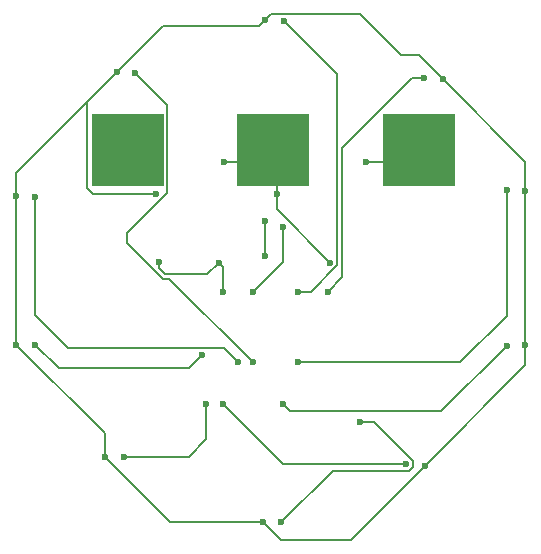
<source format=gbr>
G04 #@! TF.GenerationSoftware,KiCad,Pcbnew,8.0.6*
G04 #@! TF.CreationDate,2025-01-06T10:49:23-06:00*
G04 #@! TF.ProjectId,BurbSec_GenCoin,42757262-5365-4635-9f47-656e436f696e,0.1*
G04 #@! TF.SameCoordinates,Original*
G04 #@! TF.FileFunction,Copper,L2,Bot*
G04 #@! TF.FilePolarity,Positive*
%FSLAX46Y46*%
G04 Gerber Fmt 4.6, Leading zero omitted, Abs format (unit mm)*
G04 Created by KiCad (PCBNEW 8.0.6) date 2025-01-06 10:49:23*
%MOMM*%
%LPD*%
G01*
G04 APERTURE LIST*
G04 #@! TA.AperFunction,SMDPad,CuDef*
%ADD10R,6.070000X6.070000*%
G04 #@! TD*
G04 #@! TA.AperFunction,ViaPad*
%ADD11C,0.600000*%
G04 #@! TD*
G04 #@! TA.AperFunction,Conductor*
%ADD12C,0.200000*%
G04 #@! TD*
G04 APERTURE END LIST*
D10*
X122340000Y-80000000D03*
X147000000Y-80000000D03*
X134670000Y-80000000D03*
D11*
X130040000Y-89540000D03*
X130400000Y-92000000D03*
X125000000Y-89500000D03*
X134000000Y-89000000D03*
X134000000Y-86000000D03*
X142500000Y-81000000D03*
X139500000Y-89540000D03*
X135000000Y-83730000D03*
X130500000Y-81000000D03*
X135500000Y-86500000D03*
X132940000Y-92060000D03*
X112925000Y-96500000D03*
X134000000Y-69000000D03*
X149000000Y-74000000D03*
X124770000Y-83730000D03*
X121425000Y-73425000D03*
X133787500Y-111500000D03*
X147500000Y-106750000D03*
X156000000Y-83500000D03*
X120425000Y-106000000D03*
X112925000Y-83925000D03*
X156000000Y-96500000D03*
X136750000Y-92000000D03*
X135575000Y-69100000D03*
X139290000Y-92000000D03*
X147425000Y-73925000D03*
X136750000Y-98000000D03*
X154425000Y-83425000D03*
X154425000Y-96575000D03*
X135480000Y-101480000D03*
X145925000Y-106575000D03*
X130400000Y-101500000D03*
X142000000Y-103000000D03*
X135362500Y-111500000D03*
X129000000Y-101500000D03*
X122000000Y-106000000D03*
X128600000Y-97400000D03*
X114500000Y-96500000D03*
X114500000Y-84000000D03*
X131670000Y-98000000D03*
X132940000Y-98000000D03*
X123000000Y-73500000D03*
D12*
X125500000Y-90500000D02*
X125000000Y-90000000D01*
X130400000Y-92000000D02*
X130400000Y-89900000D01*
X130400000Y-89900000D02*
X130040000Y-89540000D01*
X125000000Y-90000000D02*
X125000000Y-89500000D01*
X129080000Y-90500000D02*
X125500000Y-90500000D01*
X130040000Y-89540000D02*
X129080000Y-90500000D01*
X134000000Y-89000000D02*
X134000000Y-86000000D01*
X147000000Y-81000000D02*
X142500000Y-81000000D01*
X135000000Y-83730000D02*
X135000000Y-85040000D01*
X135000000Y-83730000D02*
X135000000Y-80330000D01*
X135000000Y-85040000D02*
X139500000Y-89540000D01*
X135000000Y-80330000D02*
X134670000Y-80000000D01*
X134670000Y-81000000D02*
X130500000Y-81000000D01*
X135500000Y-86500000D02*
X135500000Y-89500000D01*
X135500000Y-89500000D02*
X132940000Y-92060000D01*
X142000000Y-68500000D02*
X145500000Y-72000000D01*
X147000000Y-72000000D02*
X149000000Y-74000000D01*
X145500000Y-72000000D02*
X147000000Y-72000000D01*
X134000000Y-69000000D02*
X133500000Y-69500000D01*
X156000000Y-98250000D02*
X156000000Y-96500000D01*
X156000000Y-83500000D02*
X156000000Y-96500000D01*
X119425000Y-75425000D02*
X121425000Y-73425000D01*
X124770000Y-83730000D02*
X119400000Y-83730000D01*
X147500000Y-106750000D02*
X141250000Y-113000000D01*
X134000000Y-69000000D02*
X134500000Y-68500000D01*
X134500000Y-68500000D02*
X142000000Y-68500000D01*
X125925000Y-111500000D02*
X120425000Y-106000000D01*
X120425000Y-106000000D02*
X120425000Y-104000000D01*
X119400000Y-83730000D02*
X118925000Y-83255000D01*
X135287500Y-113000000D02*
X133787500Y-111500000D01*
X112925000Y-96500000D02*
X112925000Y-83925000D01*
X133787500Y-111500000D02*
X125925000Y-111500000D01*
X149000000Y-74000000D02*
X156000000Y-81000000D01*
X125350000Y-69500000D02*
X121425000Y-73425000D01*
X147500000Y-106750000D02*
X156000000Y-98250000D01*
X118925000Y-83255000D02*
X118925000Y-75925000D01*
X112925000Y-81925000D02*
X119425000Y-75425000D01*
X156000000Y-81000000D02*
X156000000Y-83500000D01*
X141250000Y-113000000D02*
X135287500Y-113000000D01*
X120425000Y-104000000D02*
X112925000Y-96500000D01*
X112925000Y-83925000D02*
X112925000Y-81925000D01*
X133500000Y-69500000D02*
X125350000Y-69500000D01*
X118925000Y-75925000D02*
X119425000Y-75425000D01*
X135575000Y-69100000D02*
X135600000Y-69100000D01*
X135600000Y-69100000D02*
X140100000Y-73600000D01*
X140100000Y-73600000D02*
X140100000Y-89788529D01*
X137888529Y-92000000D02*
X136750000Y-92000000D01*
X140100000Y-89788529D02*
X137888529Y-92000000D01*
X140500000Y-79830000D02*
X140500000Y-90790000D01*
X140500000Y-90790000D02*
X139290000Y-92000000D01*
X146405000Y-73925000D02*
X140500000Y-79830000D01*
X147425000Y-73925000D02*
X146405000Y-73925000D01*
X154425000Y-83425000D02*
X154425000Y-94075000D01*
X154425000Y-94075000D02*
X150500000Y-98000000D01*
X150500000Y-98000000D02*
X136750000Y-98000000D01*
X154425000Y-96575000D02*
X148900000Y-102100000D01*
X136100000Y-102100000D02*
X135480000Y-101480000D01*
X148900000Y-102100000D02*
X136100000Y-102100000D01*
X135475000Y-106575000D02*
X130400000Y-101500000D01*
X145925000Y-106575000D02*
X135475000Y-106575000D01*
X143198529Y-103000000D02*
X146525000Y-106326471D01*
X146525000Y-106326471D02*
X146525000Y-106823529D01*
X142000000Y-103000000D02*
X143198529Y-103000000D01*
X146525000Y-106823529D02*
X146173529Y-107175000D01*
X146173529Y-107175000D02*
X139687500Y-107175000D01*
X139687500Y-107175000D02*
X135362500Y-111500000D01*
X127500000Y-106000000D02*
X122000000Y-106000000D01*
X129000000Y-101500000D02*
X129000000Y-104500000D01*
X129000000Y-104500000D02*
X127500000Y-106000000D01*
X128600000Y-97400000D02*
X127500000Y-98500000D01*
X116500000Y-98500000D02*
X114500000Y-96500000D01*
X127500000Y-98500000D02*
X116500000Y-98500000D01*
X130470000Y-96800000D02*
X131670000Y-98000000D01*
X117300000Y-96800000D02*
X130470000Y-96800000D01*
X114500000Y-94000000D02*
X117300000Y-96800000D01*
X114500000Y-84000000D02*
X114500000Y-94000000D01*
X122282843Y-87065686D02*
X125675000Y-83673529D01*
X132940000Y-98000000D02*
X125840000Y-90900000D01*
X125675000Y-76175000D02*
X123000000Y-73500000D01*
X125840000Y-90900000D02*
X125334314Y-90900000D01*
X125334314Y-90900000D02*
X122282843Y-87848529D01*
X125675000Y-83673529D02*
X125675000Y-76175000D01*
X122282843Y-87848529D02*
X122282843Y-87065686D01*
M02*

</source>
